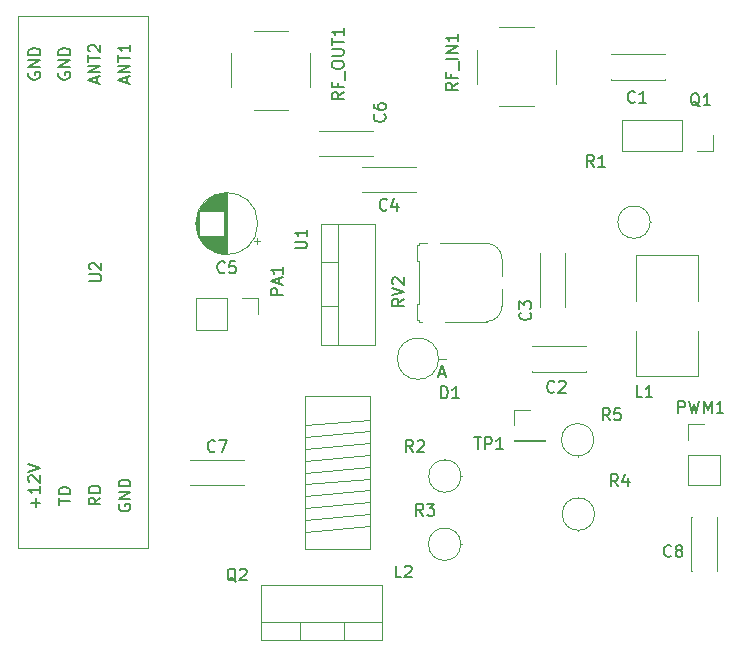
<source format=gbr>
%TF.GenerationSoftware,KiCad,Pcbnew,5.99.0+really5.1.10+dfsg1-1*%
%TF.CreationDate,2021-10-04T18:21:49+05:30*%
%TF.ProjectId,HF-PA-v3,48462d50-412d-4763-932e-6b696361645f,rev?*%
%TF.SameCoordinates,Original*%
%TF.FileFunction,Legend,Top*%
%TF.FilePolarity,Positive*%
%FSLAX46Y46*%
G04 Gerber Fmt 4.6, Leading zero omitted, Abs format (unit mm)*
G04 Created by KiCad (PCBNEW 5.99.0+really5.1.10+dfsg1-1) date 2021-10-04 18:21:49*
%MOMM*%
%LPD*%
G01*
G04 APERTURE LIST*
%ADD10C,0.120000*%
%ADD11C,0.150000*%
G04 APERTURE END LIST*
D10*
%TO.C,C6*%
X98528000Y-73352000D02*
X103068000Y-73352000D01*
X98528000Y-75492000D02*
X103068000Y-75492000D01*
X98528000Y-73352000D02*
X98528000Y-73367000D01*
X98528000Y-75477000D02*
X98528000Y-75492000D01*
X103068000Y-73352000D02*
X103068000Y-73367000D01*
X103068000Y-75477000D02*
X103068000Y-75492000D01*
%TO.C,C5*%
X93264775Y-82945000D02*
X93264775Y-82445000D01*
X93514775Y-82695000D02*
X93014775Y-82695000D01*
X88109000Y-81504000D02*
X88109000Y-80936000D01*
X88149000Y-81738000D02*
X88149000Y-80702000D01*
X88189000Y-81897000D02*
X88189000Y-80543000D01*
X88229000Y-82025000D02*
X88229000Y-80415000D01*
X88269000Y-82135000D02*
X88269000Y-80305000D01*
X88309000Y-82231000D02*
X88309000Y-80209000D01*
X88349000Y-82318000D02*
X88349000Y-80122000D01*
X88389000Y-82398000D02*
X88389000Y-80042000D01*
X88429000Y-80180000D02*
X88429000Y-79969000D01*
X88429000Y-82471000D02*
X88429000Y-82260000D01*
X88469000Y-80180000D02*
X88469000Y-79901000D01*
X88469000Y-82539000D02*
X88469000Y-82260000D01*
X88509000Y-80180000D02*
X88509000Y-79837000D01*
X88509000Y-82603000D02*
X88509000Y-82260000D01*
X88549000Y-80180000D02*
X88549000Y-79777000D01*
X88549000Y-82663000D02*
X88549000Y-82260000D01*
X88589000Y-80180000D02*
X88589000Y-79720000D01*
X88589000Y-82720000D02*
X88589000Y-82260000D01*
X88629000Y-80180000D02*
X88629000Y-79666000D01*
X88629000Y-82774000D02*
X88629000Y-82260000D01*
X88669000Y-80180000D02*
X88669000Y-79615000D01*
X88669000Y-82825000D02*
X88669000Y-82260000D01*
X88709000Y-80180000D02*
X88709000Y-79567000D01*
X88709000Y-82873000D02*
X88709000Y-82260000D01*
X88749000Y-80180000D02*
X88749000Y-79521000D01*
X88749000Y-82919000D02*
X88749000Y-82260000D01*
X88789000Y-80180000D02*
X88789000Y-79477000D01*
X88789000Y-82963000D02*
X88789000Y-82260000D01*
X88829000Y-80180000D02*
X88829000Y-79435000D01*
X88829000Y-83005000D02*
X88829000Y-82260000D01*
X88869000Y-80180000D02*
X88869000Y-79394000D01*
X88869000Y-83046000D02*
X88869000Y-82260000D01*
X88909000Y-80180000D02*
X88909000Y-79356000D01*
X88909000Y-83084000D02*
X88909000Y-82260000D01*
X88949000Y-80180000D02*
X88949000Y-79319000D01*
X88949000Y-83121000D02*
X88949000Y-82260000D01*
X88989000Y-80180000D02*
X88989000Y-79283000D01*
X88989000Y-83157000D02*
X88989000Y-82260000D01*
X89029000Y-80180000D02*
X89029000Y-79249000D01*
X89029000Y-83191000D02*
X89029000Y-82260000D01*
X89069000Y-80180000D02*
X89069000Y-79216000D01*
X89069000Y-83224000D02*
X89069000Y-82260000D01*
X89109000Y-80180000D02*
X89109000Y-79185000D01*
X89109000Y-83255000D02*
X89109000Y-82260000D01*
X89149000Y-80180000D02*
X89149000Y-79155000D01*
X89149000Y-83285000D02*
X89149000Y-82260000D01*
X89189000Y-80180000D02*
X89189000Y-79125000D01*
X89189000Y-83315000D02*
X89189000Y-82260000D01*
X89229000Y-80180000D02*
X89229000Y-79098000D01*
X89229000Y-83342000D02*
X89229000Y-82260000D01*
X89269000Y-80180000D02*
X89269000Y-79071000D01*
X89269000Y-83369000D02*
X89269000Y-82260000D01*
X89309000Y-80180000D02*
X89309000Y-79045000D01*
X89309000Y-83395000D02*
X89309000Y-82260000D01*
X89349000Y-80180000D02*
X89349000Y-79020000D01*
X89349000Y-83420000D02*
X89349000Y-82260000D01*
X89389000Y-80180000D02*
X89389000Y-78996000D01*
X89389000Y-83444000D02*
X89389000Y-82260000D01*
X89429000Y-80180000D02*
X89429000Y-78973000D01*
X89429000Y-83467000D02*
X89429000Y-82260000D01*
X89469000Y-80180000D02*
X89469000Y-78952000D01*
X89469000Y-83488000D02*
X89469000Y-82260000D01*
X89509000Y-80180000D02*
X89509000Y-78930000D01*
X89509000Y-83510000D02*
X89509000Y-82260000D01*
X89549000Y-80180000D02*
X89549000Y-78910000D01*
X89549000Y-83530000D02*
X89549000Y-82260000D01*
X89589000Y-80180000D02*
X89589000Y-78891000D01*
X89589000Y-83549000D02*
X89589000Y-82260000D01*
X89629000Y-80180000D02*
X89629000Y-78872000D01*
X89629000Y-83568000D02*
X89629000Y-82260000D01*
X89669000Y-80180000D02*
X89669000Y-78855000D01*
X89669000Y-83585000D02*
X89669000Y-82260000D01*
X89709000Y-80180000D02*
X89709000Y-78838000D01*
X89709000Y-83602000D02*
X89709000Y-82260000D01*
X89749000Y-80180000D02*
X89749000Y-78822000D01*
X89749000Y-83618000D02*
X89749000Y-82260000D01*
X89789000Y-80180000D02*
X89789000Y-78806000D01*
X89789000Y-83634000D02*
X89789000Y-82260000D01*
X89829000Y-80180000D02*
X89829000Y-78792000D01*
X89829000Y-83648000D02*
X89829000Y-82260000D01*
X89869000Y-80180000D02*
X89869000Y-78778000D01*
X89869000Y-83662000D02*
X89869000Y-82260000D01*
X89909000Y-80180000D02*
X89909000Y-78765000D01*
X89909000Y-83675000D02*
X89909000Y-82260000D01*
X89949000Y-80180000D02*
X89949000Y-78752000D01*
X89949000Y-83688000D02*
X89949000Y-82260000D01*
X89989000Y-80180000D02*
X89989000Y-78740000D01*
X89989000Y-83700000D02*
X89989000Y-82260000D01*
X90030000Y-80180000D02*
X90030000Y-78729000D01*
X90030000Y-83711000D02*
X90030000Y-82260000D01*
X90070000Y-80180000D02*
X90070000Y-78719000D01*
X90070000Y-83721000D02*
X90070000Y-82260000D01*
X90110000Y-80180000D02*
X90110000Y-78709000D01*
X90110000Y-83731000D02*
X90110000Y-82260000D01*
X90150000Y-80180000D02*
X90150000Y-78700000D01*
X90150000Y-83740000D02*
X90150000Y-82260000D01*
X90190000Y-80180000D02*
X90190000Y-78692000D01*
X90190000Y-83748000D02*
X90190000Y-82260000D01*
X90230000Y-80180000D02*
X90230000Y-78684000D01*
X90230000Y-83756000D02*
X90230000Y-82260000D01*
X90270000Y-80180000D02*
X90270000Y-78677000D01*
X90270000Y-83763000D02*
X90270000Y-82260000D01*
X90310000Y-80180000D02*
X90310000Y-78670000D01*
X90310000Y-83770000D02*
X90310000Y-82260000D01*
X90350000Y-80180000D02*
X90350000Y-78664000D01*
X90350000Y-83776000D02*
X90350000Y-82260000D01*
X90390000Y-80180000D02*
X90390000Y-78659000D01*
X90390000Y-83781000D02*
X90390000Y-82260000D01*
X90430000Y-80180000D02*
X90430000Y-78655000D01*
X90430000Y-83785000D02*
X90430000Y-82260000D01*
X90470000Y-80180000D02*
X90470000Y-78651000D01*
X90470000Y-83789000D02*
X90470000Y-82260000D01*
X90510000Y-83793000D02*
X90510000Y-78647000D01*
X90550000Y-83796000D02*
X90550000Y-78644000D01*
X90590000Y-83798000D02*
X90590000Y-78642000D01*
X90630000Y-83799000D02*
X90630000Y-78641000D01*
X90670000Y-83800000D02*
X90670000Y-78640000D01*
X90710000Y-83800000D02*
X90710000Y-78640000D01*
X93330000Y-81220000D02*
G75*
G03*
X93330000Y-81220000I-2620000J0D01*
G01*
%TO.C,TP1*%
X115030000Y-99640000D02*
X117690000Y-99640000D01*
X115030000Y-99580000D02*
X115030000Y-99640000D01*
X117690000Y-99580000D02*
X117690000Y-99640000D01*
X115030000Y-99580000D02*
X117690000Y-99580000D01*
X115030000Y-98310000D02*
X115030000Y-96980000D01*
X115030000Y-96980000D02*
X116360000Y-96980000D01*
%TO.C,D1*%
X108650635Y-92660000D02*
G75*
G03*
X108650635Y-92660000I-1750635J0D01*
G01*
X108650635Y-92660000D02*
X109310000Y-92660000D01*
%TO.C,RV2*%
X107000000Y-82900000D02*
X107690000Y-82900000D01*
X107000000Y-83000000D02*
X107000000Y-82900000D01*
X107000000Y-89520000D02*
X107250000Y-89520000D01*
X107000000Y-89420000D02*
X107000000Y-89520000D01*
X106800000Y-89420000D02*
X107000000Y-89420000D01*
X107000000Y-88000000D02*
X106800000Y-88000000D01*
X114020000Y-84210000D02*
X114020000Y-85700000D01*
X108730000Y-82900000D02*
X112710000Y-82900000D01*
X112710000Y-89520000D02*
X109170000Y-89520000D01*
X114020000Y-86720000D02*
X114020000Y-88210000D01*
X106800000Y-83000000D02*
X107000000Y-83000000D01*
X106800000Y-84420000D02*
X106800000Y-83000000D01*
X107000000Y-84420000D02*
X106800000Y-84420000D01*
X107000000Y-88000000D02*
X107000000Y-84420000D01*
X106800000Y-89420000D02*
X106800000Y-88000000D01*
X114020000Y-88210000D02*
G75*
G02*
X112710000Y-89520000I-1310000J0D01*
G01*
X112710000Y-82900000D02*
G75*
G02*
X114020000Y-84210000I0J-1310000D01*
G01*
%TO.C,L1*%
X130620000Y-83900000D02*
X130620000Y-87765000D01*
X130620000Y-90275000D02*
X130620000Y-94140000D01*
X125380000Y-83900000D02*
X125380000Y-87765000D01*
X125380000Y-90275000D02*
X125380000Y-94140000D01*
X130620000Y-83900000D02*
X125380000Y-83900000D01*
X130620000Y-94140000D02*
X125380000Y-94140000D01*
%TO.C,L2*%
X102850000Y-97810000D02*
X97350000Y-98310000D01*
X102850000Y-98810000D02*
X97350000Y-99310000D01*
X102850000Y-99810000D02*
X97350000Y-100310000D01*
X102850000Y-100810000D02*
X97350000Y-101310000D01*
X102850000Y-101810000D02*
X97350000Y-102310000D01*
X102850000Y-102810000D02*
X97350000Y-103310000D01*
X102850000Y-103810000D02*
X97350000Y-104310000D01*
X102850000Y-104810000D02*
X97350000Y-105310000D01*
X102850000Y-105810000D02*
X97350000Y-106310000D01*
X102850000Y-106810000D02*
X97350000Y-107310000D01*
X97350000Y-95810000D02*
X102850000Y-95810000D01*
X97350000Y-108810000D02*
X97350000Y-95810000D01*
X102850000Y-108810000D02*
X97350000Y-108810000D01*
X102850000Y-95810000D02*
X102850000Y-108810000D01*
%TO.C,Q1*%
X129280000Y-72410000D02*
X129280000Y-75070000D01*
X129280000Y-72410000D02*
X124140000Y-72410000D01*
X124140000Y-72410000D02*
X124140000Y-75070000D01*
X129280000Y-75070000D02*
X124140000Y-75070000D01*
X131880000Y-75070000D02*
X130550000Y-75070000D01*
X131880000Y-73740000D02*
X131880000Y-75070000D01*
%TO.C,C4*%
X106704000Y-78540000D02*
X102164000Y-78540000D01*
X106704000Y-76400000D02*
X102164000Y-76400000D01*
X106704000Y-78540000D02*
X106704000Y-78525000D01*
X106704000Y-76415000D02*
X106704000Y-76400000D01*
X102164000Y-78540000D02*
X102164000Y-78525000D01*
X102164000Y-76415000D02*
X102164000Y-76400000D01*
%TO.C,U1*%
X98660000Y-84489000D02*
X100170000Y-84489000D01*
X98660000Y-88190000D02*
X100170000Y-88190000D01*
X100170000Y-91460000D02*
X100170000Y-81220000D01*
X98660000Y-81220000D02*
X103301000Y-81220000D01*
X98660000Y-91460000D02*
X103301000Y-91460000D01*
X103301000Y-91460000D02*
X103301000Y-81220000D01*
X98660000Y-91460000D02*
X98660000Y-81220000D01*
%TO.C,R1*%
X126560000Y-81100000D02*
X126630000Y-81100000D01*
X126560000Y-81100000D02*
G75*
G03*
X126560000Y-81100000I-1370000J0D01*
G01*
%TO.C,C1*%
X123250000Y-66905000D02*
X123250000Y-66890000D01*
X123250000Y-69030000D02*
X123250000Y-69015000D01*
X127790000Y-66905000D02*
X127790000Y-66890000D01*
X127790000Y-69030000D02*
X127790000Y-69015000D01*
X127790000Y-66890000D02*
X123250000Y-66890000D01*
X127790000Y-69030000D02*
X123250000Y-69030000D01*
%TO.C,U2*%
X73070000Y-108650000D02*
X73070000Y-63650000D01*
X73070000Y-63650000D02*
X84070000Y-63650000D01*
X84070000Y-63650000D02*
X84070000Y-108650000D01*
X84070000Y-108650000D02*
X73070000Y-108650000D01*
%TO.C,C3*%
X117255000Y-88280000D02*
X117240000Y-88280000D01*
X119380000Y-88280000D02*
X119365000Y-88280000D01*
X117255000Y-83740000D02*
X117240000Y-83740000D01*
X119380000Y-83740000D02*
X119365000Y-83740000D01*
X117240000Y-83740000D02*
X117240000Y-88280000D01*
X119380000Y-83740000D02*
X119380000Y-88280000D01*
%TO.C,C7*%
X92150000Y-103375000D02*
X92150000Y-103390000D01*
X92150000Y-101250000D02*
X92150000Y-101265000D01*
X87610000Y-103375000D02*
X87610000Y-103390000D01*
X87610000Y-101250000D02*
X87610000Y-101265000D01*
X87610000Y-103390000D02*
X92150000Y-103390000D01*
X87610000Y-101250000D02*
X92150000Y-101250000D01*
%TO.C,R5*%
X120420000Y-100890000D02*
X120420000Y-100960000D01*
X121790000Y-99520000D02*
G75*
G03*
X121790000Y-99520000I-1370000J0D01*
G01*
%TO.C,R4*%
X120480000Y-107190000D02*
X120480000Y-107260000D01*
X121850000Y-105820000D02*
G75*
G03*
X121850000Y-105820000I-1370000J0D01*
G01*
%TO.C,PWM1*%
X129780000Y-98190000D02*
X131110000Y-98190000D01*
X129780000Y-99520000D02*
X129780000Y-98190000D01*
X129780000Y-100790000D02*
X132440000Y-100790000D01*
X132440000Y-100790000D02*
X132440000Y-103390000D01*
X129780000Y-100790000D02*
X129780000Y-103390000D01*
X129780000Y-103390000D02*
X132440000Y-103390000D01*
%TO.C,C8*%
X130075000Y-110600000D02*
X130060000Y-110600000D01*
X132200000Y-110600000D02*
X132185000Y-110600000D01*
X130075000Y-106060000D02*
X130060000Y-106060000D01*
X132200000Y-106060000D02*
X132185000Y-106060000D01*
X130060000Y-106060000D02*
X130060000Y-110600000D01*
X132200000Y-106060000D02*
X132200000Y-110600000D01*
%TO.C,RF_OUT1*%
X92980000Y-64875000D02*
X95880000Y-64875000D01*
X92980000Y-71585000D02*
X95880000Y-71585000D01*
X97785000Y-66780000D02*
X97785000Y-69680000D01*
X91075000Y-66780000D02*
X91075000Y-69680000D01*
%TO.C,R3*%
X110530000Y-108370000D02*
G75*
G03*
X110530000Y-108370000I-1370000J0D01*
G01*
X110530000Y-108370000D02*
X110600000Y-108370000D01*
%TO.C,C2*%
X116590000Y-91610000D02*
X121130000Y-91610000D01*
X116590000Y-93750000D02*
X121130000Y-93750000D01*
X116590000Y-91610000D02*
X116590000Y-91625000D01*
X116590000Y-93735000D02*
X116590000Y-93750000D01*
X121130000Y-91610000D02*
X121130000Y-91625000D01*
X121130000Y-93735000D02*
X121130000Y-93750000D01*
%TO.C,PA1*%
X88140000Y-87560000D02*
X88140000Y-90220000D01*
X90740000Y-87560000D02*
X88140000Y-87560000D01*
X90740000Y-90220000D02*
X88140000Y-90220000D01*
X90740000Y-87560000D02*
X90740000Y-90220000D01*
X92010000Y-87560000D02*
X93340000Y-87560000D01*
X93340000Y-87560000D02*
X93340000Y-88890000D01*
%TO.C,RF_IN1*%
X111885000Y-66490000D02*
X111885000Y-69390000D01*
X118595000Y-66490000D02*
X118595000Y-69390000D01*
X113790000Y-71295000D02*
X116690000Y-71295000D01*
X113790000Y-64585000D02*
X116690000Y-64585000D01*
%TO.C,R2*%
X110550000Y-102600000D02*
X110620000Y-102600000D01*
X110550000Y-102600000D02*
G75*
G03*
X110550000Y-102600000I-1370000J0D01*
G01*
%TO.C,Q2*%
X103870000Y-116450000D02*
X93630000Y-116450000D01*
X103870000Y-111809000D02*
X93630000Y-111809000D01*
X103870000Y-116450000D02*
X103870000Y-111809000D01*
X93630000Y-116450000D02*
X93630000Y-111809000D01*
X103870000Y-114940000D02*
X93630000Y-114940000D01*
X100600000Y-116450000D02*
X100600000Y-114940000D01*
X96899000Y-116450000D02*
X96899000Y-114940000D01*
%TO.C,C6*%
D11*
X104065142Y-71978666D02*
X104112761Y-72026285D01*
X104160380Y-72169142D01*
X104160380Y-72264380D01*
X104112761Y-72407238D01*
X104017523Y-72502476D01*
X103922285Y-72550095D01*
X103731809Y-72597714D01*
X103588952Y-72597714D01*
X103398476Y-72550095D01*
X103303238Y-72502476D01*
X103208000Y-72407238D01*
X103160380Y-72264380D01*
X103160380Y-72169142D01*
X103208000Y-72026285D01*
X103255619Y-71978666D01*
X103160380Y-71121523D02*
X103160380Y-71312000D01*
X103208000Y-71407238D01*
X103255619Y-71454857D01*
X103398476Y-71550095D01*
X103588952Y-71597714D01*
X103969904Y-71597714D01*
X104065142Y-71550095D01*
X104112761Y-71502476D01*
X104160380Y-71407238D01*
X104160380Y-71216761D01*
X104112761Y-71121523D01*
X104065142Y-71073904D01*
X103969904Y-71026285D01*
X103731809Y-71026285D01*
X103636571Y-71073904D01*
X103588952Y-71121523D01*
X103541333Y-71216761D01*
X103541333Y-71407238D01*
X103588952Y-71502476D01*
X103636571Y-71550095D01*
X103731809Y-71597714D01*
%TO.C,C5*%
X90543333Y-85327142D02*
X90495714Y-85374761D01*
X90352857Y-85422380D01*
X90257619Y-85422380D01*
X90114761Y-85374761D01*
X90019523Y-85279523D01*
X89971904Y-85184285D01*
X89924285Y-84993809D01*
X89924285Y-84850952D01*
X89971904Y-84660476D01*
X90019523Y-84565238D01*
X90114761Y-84470000D01*
X90257619Y-84422380D01*
X90352857Y-84422380D01*
X90495714Y-84470000D01*
X90543333Y-84517619D01*
X91448095Y-84422380D02*
X90971904Y-84422380D01*
X90924285Y-84898571D01*
X90971904Y-84850952D01*
X91067142Y-84803333D01*
X91305238Y-84803333D01*
X91400476Y-84850952D01*
X91448095Y-84898571D01*
X91495714Y-84993809D01*
X91495714Y-85231904D01*
X91448095Y-85327142D01*
X91400476Y-85374761D01*
X91305238Y-85422380D01*
X91067142Y-85422380D01*
X90971904Y-85374761D01*
X90924285Y-85327142D01*
%TO.C,TP1*%
X111678095Y-99332380D02*
X112249523Y-99332380D01*
X111963809Y-100332380D02*
X111963809Y-99332380D01*
X112582857Y-100332380D02*
X112582857Y-99332380D01*
X112963809Y-99332380D01*
X113059047Y-99380000D01*
X113106666Y-99427619D01*
X113154285Y-99522857D01*
X113154285Y-99665714D01*
X113106666Y-99760952D01*
X113059047Y-99808571D01*
X112963809Y-99856190D01*
X112582857Y-99856190D01*
X114106666Y-100332380D02*
X113535238Y-100332380D01*
X113820952Y-100332380D02*
X113820952Y-99332380D01*
X113725714Y-99475238D01*
X113630476Y-99570476D01*
X113535238Y-99618095D01*
%TO.C,D1*%
X108851904Y-96012380D02*
X108851904Y-95012380D01*
X109090000Y-95012380D01*
X109232857Y-95060000D01*
X109328095Y-95155238D01*
X109375714Y-95250476D01*
X109423333Y-95440952D01*
X109423333Y-95583809D01*
X109375714Y-95774285D01*
X109328095Y-95869523D01*
X109232857Y-95964761D01*
X109090000Y-96012380D01*
X108851904Y-96012380D01*
X110375714Y-96012380D02*
X109804285Y-96012380D01*
X110090000Y-96012380D02*
X110090000Y-95012380D01*
X109994761Y-95155238D01*
X109899523Y-95250476D01*
X109804285Y-95298095D01*
X108671904Y-93926666D02*
X109148095Y-93926666D01*
X108576666Y-94212380D02*
X108910000Y-93212380D01*
X109243333Y-94212380D01*
%TO.C,RV2*%
X105712380Y-87595238D02*
X105236190Y-87928571D01*
X105712380Y-88166666D02*
X104712380Y-88166666D01*
X104712380Y-87785714D01*
X104760000Y-87690476D01*
X104807619Y-87642857D01*
X104902857Y-87595238D01*
X105045714Y-87595238D01*
X105140952Y-87642857D01*
X105188571Y-87690476D01*
X105236190Y-87785714D01*
X105236190Y-88166666D01*
X104712380Y-87309523D02*
X105712380Y-86976190D01*
X104712380Y-86642857D01*
X104807619Y-86357142D02*
X104760000Y-86309523D01*
X104712380Y-86214285D01*
X104712380Y-85976190D01*
X104760000Y-85880952D01*
X104807619Y-85833333D01*
X104902857Y-85785714D01*
X104998095Y-85785714D01*
X105140952Y-85833333D01*
X105712380Y-86404761D01*
X105712380Y-85785714D01*
%TO.C,L1*%
X125883333Y-95912380D02*
X125407142Y-95912380D01*
X125407142Y-94912380D01*
X126740476Y-95912380D02*
X126169047Y-95912380D01*
X126454761Y-95912380D02*
X126454761Y-94912380D01*
X126359523Y-95055238D01*
X126264285Y-95150476D01*
X126169047Y-95198095D01*
%TO.C,L2*%
X105503333Y-111172380D02*
X105027142Y-111172380D01*
X105027142Y-110172380D01*
X105789047Y-110267619D02*
X105836666Y-110220000D01*
X105931904Y-110172380D01*
X106170000Y-110172380D01*
X106265238Y-110220000D01*
X106312857Y-110267619D01*
X106360476Y-110362857D01*
X106360476Y-110458095D01*
X106312857Y-110600952D01*
X105741428Y-111172380D01*
X106360476Y-111172380D01*
%TO.C,Q1*%
X130744761Y-71297619D02*
X130649523Y-71250000D01*
X130554285Y-71154761D01*
X130411428Y-71011904D01*
X130316190Y-70964285D01*
X130220952Y-70964285D01*
X130268571Y-71202380D02*
X130173333Y-71154761D01*
X130078095Y-71059523D01*
X130030476Y-70869047D01*
X130030476Y-70535714D01*
X130078095Y-70345238D01*
X130173333Y-70250000D01*
X130268571Y-70202380D01*
X130459047Y-70202380D01*
X130554285Y-70250000D01*
X130649523Y-70345238D01*
X130697142Y-70535714D01*
X130697142Y-70869047D01*
X130649523Y-71059523D01*
X130554285Y-71154761D01*
X130459047Y-71202380D01*
X130268571Y-71202380D01*
X131649523Y-71202380D02*
X131078095Y-71202380D01*
X131363809Y-71202380D02*
X131363809Y-70202380D01*
X131268571Y-70345238D01*
X131173333Y-70440476D01*
X131078095Y-70488095D01*
%TO.C,C4*%
X104267333Y-80027142D02*
X104219714Y-80074761D01*
X104076857Y-80122380D01*
X103981619Y-80122380D01*
X103838761Y-80074761D01*
X103743523Y-79979523D01*
X103695904Y-79884285D01*
X103648285Y-79693809D01*
X103648285Y-79550952D01*
X103695904Y-79360476D01*
X103743523Y-79265238D01*
X103838761Y-79170000D01*
X103981619Y-79122380D01*
X104076857Y-79122380D01*
X104219714Y-79170000D01*
X104267333Y-79217619D01*
X105124476Y-79455714D02*
X105124476Y-80122380D01*
X104886380Y-79074761D02*
X104648285Y-79789047D01*
X105267333Y-79789047D01*
%TO.C,U1*%
X96480380Y-83311904D02*
X97289904Y-83311904D01*
X97385142Y-83264285D01*
X97432761Y-83216666D01*
X97480380Y-83121428D01*
X97480380Y-82930952D01*
X97432761Y-82835714D01*
X97385142Y-82788095D01*
X97289904Y-82740476D01*
X96480380Y-82740476D01*
X97480380Y-81740476D02*
X97480380Y-82311904D01*
X97480380Y-82026190D02*
X96480380Y-82026190D01*
X96623238Y-82121428D01*
X96718476Y-82216666D01*
X96766095Y-82311904D01*
%TO.C,R1*%
X121803333Y-76412380D02*
X121470000Y-75936190D01*
X121231904Y-76412380D02*
X121231904Y-75412380D01*
X121612857Y-75412380D01*
X121708095Y-75460000D01*
X121755714Y-75507619D01*
X121803333Y-75602857D01*
X121803333Y-75745714D01*
X121755714Y-75840952D01*
X121708095Y-75888571D01*
X121612857Y-75936190D01*
X121231904Y-75936190D01*
X122755714Y-76412380D02*
X122184285Y-76412380D01*
X122470000Y-76412380D02*
X122470000Y-75412380D01*
X122374761Y-75555238D01*
X122279523Y-75650476D01*
X122184285Y-75698095D01*
%TO.C,C1*%
X125263333Y-70897142D02*
X125215714Y-70944761D01*
X125072857Y-70992380D01*
X124977619Y-70992380D01*
X124834761Y-70944761D01*
X124739523Y-70849523D01*
X124691904Y-70754285D01*
X124644285Y-70563809D01*
X124644285Y-70420952D01*
X124691904Y-70230476D01*
X124739523Y-70135238D01*
X124834761Y-70040000D01*
X124977619Y-69992380D01*
X125072857Y-69992380D01*
X125215714Y-70040000D01*
X125263333Y-70087619D01*
X126215714Y-70992380D02*
X125644285Y-70992380D01*
X125930000Y-70992380D02*
X125930000Y-69992380D01*
X125834761Y-70135238D01*
X125739523Y-70230476D01*
X125644285Y-70278095D01*
%TO.C,U2*%
X79082380Y-86103904D02*
X79891904Y-86103904D01*
X79987142Y-86056285D01*
X80034761Y-86008666D01*
X80082380Y-85913428D01*
X80082380Y-85722952D01*
X80034761Y-85627714D01*
X79987142Y-85580095D01*
X79891904Y-85532476D01*
X79082380Y-85532476D01*
X79177619Y-85103904D02*
X79130000Y-85056285D01*
X79082380Y-84961047D01*
X79082380Y-84722952D01*
X79130000Y-84627714D01*
X79177619Y-84580095D01*
X79272857Y-84532476D01*
X79368095Y-84532476D01*
X79510952Y-84580095D01*
X80082380Y-85151523D01*
X80082380Y-84532476D01*
X82256666Y-69319047D02*
X82256666Y-68842857D01*
X82542380Y-69414285D02*
X81542380Y-69080952D01*
X82542380Y-68747619D01*
X82542380Y-68414285D02*
X81542380Y-68414285D01*
X82542380Y-67842857D01*
X81542380Y-67842857D01*
X81542380Y-67509523D02*
X81542380Y-66938095D01*
X82542380Y-67223809D02*
X81542380Y-67223809D01*
X82542380Y-66080952D02*
X82542380Y-66652380D01*
X82542380Y-66366666D02*
X81542380Y-66366666D01*
X81685238Y-66461904D01*
X81780476Y-66557142D01*
X81828095Y-66652380D01*
X79716666Y-69319047D02*
X79716666Y-68842857D01*
X80002380Y-69414285D02*
X79002380Y-69080952D01*
X80002380Y-68747619D01*
X80002380Y-68414285D02*
X79002380Y-68414285D01*
X80002380Y-67842857D01*
X79002380Y-67842857D01*
X79002380Y-67509523D02*
X79002380Y-66938095D01*
X80002380Y-67223809D02*
X79002380Y-67223809D01*
X79097619Y-66652380D02*
X79050000Y-66604761D01*
X79002380Y-66509523D01*
X79002380Y-66271428D01*
X79050000Y-66176190D01*
X79097619Y-66128571D01*
X79192857Y-66080952D01*
X79288095Y-66080952D01*
X79430952Y-66128571D01*
X80002380Y-66700000D01*
X80002380Y-66080952D01*
X76510000Y-68461904D02*
X76462380Y-68557142D01*
X76462380Y-68700000D01*
X76510000Y-68842857D01*
X76605238Y-68938095D01*
X76700476Y-68985714D01*
X76890952Y-69033333D01*
X77033809Y-69033333D01*
X77224285Y-68985714D01*
X77319523Y-68938095D01*
X77414761Y-68842857D01*
X77462380Y-68700000D01*
X77462380Y-68604761D01*
X77414761Y-68461904D01*
X77367142Y-68414285D01*
X77033809Y-68414285D01*
X77033809Y-68604761D01*
X77462380Y-67985714D02*
X76462380Y-67985714D01*
X77462380Y-67414285D01*
X76462380Y-67414285D01*
X77462380Y-66938095D02*
X76462380Y-66938095D01*
X76462380Y-66700000D01*
X76510000Y-66557142D01*
X76605238Y-66461904D01*
X76700476Y-66414285D01*
X76890952Y-66366666D01*
X77033809Y-66366666D01*
X77224285Y-66414285D01*
X77319523Y-66461904D01*
X77414761Y-66557142D01*
X77462380Y-66700000D01*
X77462380Y-66938095D01*
X73970000Y-68461904D02*
X73922380Y-68557142D01*
X73922380Y-68700000D01*
X73970000Y-68842857D01*
X74065238Y-68938095D01*
X74160476Y-68985714D01*
X74350952Y-69033333D01*
X74493809Y-69033333D01*
X74684285Y-68985714D01*
X74779523Y-68938095D01*
X74874761Y-68842857D01*
X74922380Y-68700000D01*
X74922380Y-68604761D01*
X74874761Y-68461904D01*
X74827142Y-68414285D01*
X74493809Y-68414285D01*
X74493809Y-68604761D01*
X74922380Y-67985714D02*
X73922380Y-67985714D01*
X74922380Y-67414285D01*
X73922380Y-67414285D01*
X74922380Y-66938095D02*
X73922380Y-66938095D01*
X73922380Y-66700000D01*
X73970000Y-66557142D01*
X74065238Y-66461904D01*
X74160476Y-66414285D01*
X74350952Y-66366666D01*
X74493809Y-66366666D01*
X74684285Y-66414285D01*
X74779523Y-66461904D01*
X74874761Y-66557142D01*
X74922380Y-66700000D01*
X74922380Y-66938095D01*
X74531428Y-105241904D02*
X74531428Y-104480000D01*
X74912380Y-104860952D02*
X74150476Y-104860952D01*
X74912380Y-103480000D02*
X74912380Y-104051428D01*
X74912380Y-103765714D02*
X73912380Y-103765714D01*
X74055238Y-103860952D01*
X74150476Y-103956190D01*
X74198095Y-104051428D01*
X74007619Y-103099047D02*
X73960000Y-103051428D01*
X73912380Y-102956190D01*
X73912380Y-102718095D01*
X73960000Y-102622857D01*
X74007619Y-102575238D01*
X74102857Y-102527619D01*
X74198095Y-102527619D01*
X74340952Y-102575238D01*
X74912380Y-103146666D01*
X74912380Y-102527619D01*
X73912380Y-102241904D02*
X74912380Y-101908571D01*
X73912380Y-101575238D01*
X76472380Y-105025714D02*
X76472380Y-104454285D01*
X77472380Y-104740000D02*
X76472380Y-104740000D01*
X77472380Y-104120952D02*
X76472380Y-104120952D01*
X76472380Y-103882857D01*
X76520000Y-103740000D01*
X76615238Y-103644761D01*
X76710476Y-103597142D01*
X76900952Y-103549523D01*
X77043809Y-103549523D01*
X77234285Y-103597142D01*
X77329523Y-103644761D01*
X77424761Y-103740000D01*
X77472380Y-103882857D01*
X77472380Y-104120952D01*
X80012380Y-104430476D02*
X79536190Y-104763809D01*
X80012380Y-105001904D02*
X79012380Y-105001904D01*
X79012380Y-104620952D01*
X79060000Y-104525714D01*
X79107619Y-104478095D01*
X79202857Y-104430476D01*
X79345714Y-104430476D01*
X79440952Y-104478095D01*
X79488571Y-104525714D01*
X79536190Y-104620952D01*
X79536190Y-105001904D01*
X80012380Y-104001904D02*
X79012380Y-104001904D01*
X79012380Y-103763809D01*
X79060000Y-103620952D01*
X79155238Y-103525714D01*
X79250476Y-103478095D01*
X79440952Y-103430476D01*
X79583809Y-103430476D01*
X79774285Y-103478095D01*
X79869523Y-103525714D01*
X79964761Y-103620952D01*
X80012380Y-103763809D01*
X80012380Y-104001904D01*
X81600000Y-105001904D02*
X81552380Y-105097142D01*
X81552380Y-105240000D01*
X81600000Y-105382857D01*
X81695238Y-105478095D01*
X81790476Y-105525714D01*
X81980952Y-105573333D01*
X82123809Y-105573333D01*
X82314285Y-105525714D01*
X82409523Y-105478095D01*
X82504761Y-105382857D01*
X82552380Y-105240000D01*
X82552380Y-105144761D01*
X82504761Y-105001904D01*
X82457142Y-104954285D01*
X82123809Y-104954285D01*
X82123809Y-105144761D01*
X82552380Y-104525714D02*
X81552380Y-104525714D01*
X82552380Y-103954285D01*
X81552380Y-103954285D01*
X82552380Y-103478095D02*
X81552380Y-103478095D01*
X81552380Y-103240000D01*
X81600000Y-103097142D01*
X81695238Y-103001904D01*
X81790476Y-102954285D01*
X81980952Y-102906666D01*
X82123809Y-102906666D01*
X82314285Y-102954285D01*
X82409523Y-103001904D01*
X82504761Y-103097142D01*
X82552380Y-103240000D01*
X82552380Y-103478095D01*
%TO.C,C3*%
X116397142Y-88766666D02*
X116444761Y-88814285D01*
X116492380Y-88957142D01*
X116492380Y-89052380D01*
X116444761Y-89195238D01*
X116349523Y-89290476D01*
X116254285Y-89338095D01*
X116063809Y-89385714D01*
X115920952Y-89385714D01*
X115730476Y-89338095D01*
X115635238Y-89290476D01*
X115540000Y-89195238D01*
X115492380Y-89052380D01*
X115492380Y-88957142D01*
X115540000Y-88814285D01*
X115587619Y-88766666D01*
X115492380Y-88433333D02*
X115492380Y-87814285D01*
X115873333Y-88147619D01*
X115873333Y-88004761D01*
X115920952Y-87909523D01*
X115968571Y-87861904D01*
X116063809Y-87814285D01*
X116301904Y-87814285D01*
X116397142Y-87861904D01*
X116444761Y-87909523D01*
X116492380Y-88004761D01*
X116492380Y-88290476D01*
X116444761Y-88385714D01*
X116397142Y-88433333D01*
%TO.C,C7*%
X89713333Y-100477142D02*
X89665714Y-100524761D01*
X89522857Y-100572380D01*
X89427619Y-100572380D01*
X89284761Y-100524761D01*
X89189523Y-100429523D01*
X89141904Y-100334285D01*
X89094285Y-100143809D01*
X89094285Y-100000952D01*
X89141904Y-99810476D01*
X89189523Y-99715238D01*
X89284761Y-99620000D01*
X89427619Y-99572380D01*
X89522857Y-99572380D01*
X89665714Y-99620000D01*
X89713333Y-99667619D01*
X90046666Y-99572380D02*
X90713333Y-99572380D01*
X90284761Y-100572380D01*
%TO.C,R5*%
X123143333Y-97872380D02*
X122810000Y-97396190D01*
X122571904Y-97872380D02*
X122571904Y-96872380D01*
X122952857Y-96872380D01*
X123048095Y-96920000D01*
X123095714Y-96967619D01*
X123143333Y-97062857D01*
X123143333Y-97205714D01*
X123095714Y-97300952D01*
X123048095Y-97348571D01*
X122952857Y-97396190D01*
X122571904Y-97396190D01*
X124048095Y-96872380D02*
X123571904Y-96872380D01*
X123524285Y-97348571D01*
X123571904Y-97300952D01*
X123667142Y-97253333D01*
X123905238Y-97253333D01*
X124000476Y-97300952D01*
X124048095Y-97348571D01*
X124095714Y-97443809D01*
X124095714Y-97681904D01*
X124048095Y-97777142D01*
X124000476Y-97824761D01*
X123905238Y-97872380D01*
X123667142Y-97872380D01*
X123571904Y-97824761D01*
X123524285Y-97777142D01*
%TO.C,R4*%
X123833333Y-103452380D02*
X123500000Y-102976190D01*
X123261904Y-103452380D02*
X123261904Y-102452380D01*
X123642857Y-102452380D01*
X123738095Y-102500000D01*
X123785714Y-102547619D01*
X123833333Y-102642857D01*
X123833333Y-102785714D01*
X123785714Y-102880952D01*
X123738095Y-102928571D01*
X123642857Y-102976190D01*
X123261904Y-102976190D01*
X124690476Y-102785714D02*
X124690476Y-103452380D01*
X124452380Y-102404761D02*
X124214285Y-103119047D01*
X124833333Y-103119047D01*
%TO.C,PWM1*%
X128959047Y-97252380D02*
X128959047Y-96252380D01*
X129340000Y-96252380D01*
X129435238Y-96300000D01*
X129482857Y-96347619D01*
X129530476Y-96442857D01*
X129530476Y-96585714D01*
X129482857Y-96680952D01*
X129435238Y-96728571D01*
X129340000Y-96776190D01*
X128959047Y-96776190D01*
X129863809Y-96252380D02*
X130101904Y-97252380D01*
X130292380Y-96538095D01*
X130482857Y-97252380D01*
X130720952Y-96252380D01*
X131101904Y-97252380D02*
X131101904Y-96252380D01*
X131435238Y-96966666D01*
X131768571Y-96252380D01*
X131768571Y-97252380D01*
X132768571Y-97252380D02*
X132197142Y-97252380D01*
X132482857Y-97252380D02*
X132482857Y-96252380D01*
X132387619Y-96395238D01*
X132292380Y-96490476D01*
X132197142Y-96538095D01*
%TO.C,C8*%
X128333333Y-109357142D02*
X128285714Y-109404761D01*
X128142857Y-109452380D01*
X128047619Y-109452380D01*
X127904761Y-109404761D01*
X127809523Y-109309523D01*
X127761904Y-109214285D01*
X127714285Y-109023809D01*
X127714285Y-108880952D01*
X127761904Y-108690476D01*
X127809523Y-108595238D01*
X127904761Y-108500000D01*
X128047619Y-108452380D01*
X128142857Y-108452380D01*
X128285714Y-108500000D01*
X128333333Y-108547619D01*
X128904761Y-108880952D02*
X128809523Y-108833333D01*
X128761904Y-108785714D01*
X128714285Y-108690476D01*
X128714285Y-108642857D01*
X128761904Y-108547619D01*
X128809523Y-108500000D01*
X128904761Y-108452380D01*
X129095238Y-108452380D01*
X129190476Y-108500000D01*
X129238095Y-108547619D01*
X129285714Y-108642857D01*
X129285714Y-108690476D01*
X129238095Y-108785714D01*
X129190476Y-108833333D01*
X129095238Y-108880952D01*
X128904761Y-108880952D01*
X128809523Y-108928571D01*
X128761904Y-108976190D01*
X128714285Y-109071428D01*
X128714285Y-109261904D01*
X128761904Y-109357142D01*
X128809523Y-109404761D01*
X128904761Y-109452380D01*
X129095238Y-109452380D01*
X129190476Y-109404761D01*
X129238095Y-109357142D01*
X129285714Y-109261904D01*
X129285714Y-109071428D01*
X129238095Y-108976190D01*
X129190476Y-108928571D01*
X129095238Y-108880952D01*
%TO.C,RF_OUT1*%
X100612380Y-70104761D02*
X100136190Y-70438095D01*
X100612380Y-70676190D02*
X99612380Y-70676190D01*
X99612380Y-70295238D01*
X99660000Y-70200000D01*
X99707619Y-70152380D01*
X99802857Y-70104761D01*
X99945714Y-70104761D01*
X100040952Y-70152380D01*
X100088571Y-70200000D01*
X100136190Y-70295238D01*
X100136190Y-70676190D01*
X100088571Y-69342857D02*
X100088571Y-69676190D01*
X100612380Y-69676190D02*
X99612380Y-69676190D01*
X99612380Y-69200000D01*
X100707619Y-69057142D02*
X100707619Y-68295238D01*
X99612380Y-67866666D02*
X99612380Y-67676190D01*
X99660000Y-67580952D01*
X99755238Y-67485714D01*
X99945714Y-67438095D01*
X100279047Y-67438095D01*
X100469523Y-67485714D01*
X100564761Y-67580952D01*
X100612380Y-67676190D01*
X100612380Y-67866666D01*
X100564761Y-67961904D01*
X100469523Y-68057142D01*
X100279047Y-68104761D01*
X99945714Y-68104761D01*
X99755238Y-68057142D01*
X99660000Y-67961904D01*
X99612380Y-67866666D01*
X99612380Y-67009523D02*
X100421904Y-67009523D01*
X100517142Y-66961904D01*
X100564761Y-66914285D01*
X100612380Y-66819047D01*
X100612380Y-66628571D01*
X100564761Y-66533333D01*
X100517142Y-66485714D01*
X100421904Y-66438095D01*
X99612380Y-66438095D01*
X99612380Y-66104761D02*
X99612380Y-65533333D01*
X100612380Y-65819047D02*
X99612380Y-65819047D01*
X100612380Y-64676190D02*
X100612380Y-65247619D01*
X100612380Y-64961904D02*
X99612380Y-64961904D01*
X99755238Y-65057142D01*
X99850476Y-65152380D01*
X99898095Y-65247619D01*
%TO.C,R3*%
X107333333Y-105952380D02*
X107000000Y-105476190D01*
X106761904Y-105952380D02*
X106761904Y-104952380D01*
X107142857Y-104952380D01*
X107238095Y-105000000D01*
X107285714Y-105047619D01*
X107333333Y-105142857D01*
X107333333Y-105285714D01*
X107285714Y-105380952D01*
X107238095Y-105428571D01*
X107142857Y-105476190D01*
X106761904Y-105476190D01*
X107666666Y-104952380D02*
X108285714Y-104952380D01*
X107952380Y-105333333D01*
X108095238Y-105333333D01*
X108190476Y-105380952D01*
X108238095Y-105428571D01*
X108285714Y-105523809D01*
X108285714Y-105761904D01*
X108238095Y-105857142D01*
X108190476Y-105904761D01*
X108095238Y-105952380D01*
X107809523Y-105952380D01*
X107714285Y-105904761D01*
X107666666Y-105857142D01*
%TO.C,C2*%
X118453333Y-95447142D02*
X118405714Y-95494761D01*
X118262857Y-95542380D01*
X118167619Y-95542380D01*
X118024761Y-95494761D01*
X117929523Y-95399523D01*
X117881904Y-95304285D01*
X117834285Y-95113809D01*
X117834285Y-94970952D01*
X117881904Y-94780476D01*
X117929523Y-94685238D01*
X118024761Y-94590000D01*
X118167619Y-94542380D01*
X118262857Y-94542380D01*
X118405714Y-94590000D01*
X118453333Y-94637619D01*
X118834285Y-94637619D02*
X118881904Y-94590000D01*
X118977142Y-94542380D01*
X119215238Y-94542380D01*
X119310476Y-94590000D01*
X119358095Y-94637619D01*
X119405714Y-94732857D01*
X119405714Y-94828095D01*
X119358095Y-94970952D01*
X118786666Y-95542380D01*
X119405714Y-95542380D01*
%TO.C,PA1*%
X95448380Y-87272666D02*
X94448380Y-87272666D01*
X94448380Y-86891714D01*
X94496000Y-86796476D01*
X94543619Y-86748857D01*
X94638857Y-86701238D01*
X94781714Y-86701238D01*
X94876952Y-86748857D01*
X94924571Y-86796476D01*
X94972190Y-86891714D01*
X94972190Y-87272666D01*
X95162666Y-86320285D02*
X95162666Y-85844095D01*
X95448380Y-86415523D02*
X94448380Y-86082190D01*
X95448380Y-85748857D01*
X95448380Y-84891714D02*
X95448380Y-85463142D01*
X95448380Y-85177428D02*
X94448380Y-85177428D01*
X94591238Y-85272666D01*
X94686476Y-85367904D01*
X94734095Y-85463142D01*
%TO.C,RF_IN1*%
X110262380Y-69308095D02*
X109786190Y-69641428D01*
X110262380Y-69879523D02*
X109262380Y-69879523D01*
X109262380Y-69498571D01*
X109310000Y-69403333D01*
X109357619Y-69355714D01*
X109452857Y-69308095D01*
X109595714Y-69308095D01*
X109690952Y-69355714D01*
X109738571Y-69403333D01*
X109786190Y-69498571D01*
X109786190Y-69879523D01*
X109738571Y-68546190D02*
X109738571Y-68879523D01*
X110262380Y-68879523D02*
X109262380Y-68879523D01*
X109262380Y-68403333D01*
X110357619Y-68260476D02*
X110357619Y-67498571D01*
X110262380Y-67260476D02*
X109262380Y-67260476D01*
X110262380Y-66784285D02*
X109262380Y-66784285D01*
X110262380Y-66212857D01*
X109262380Y-66212857D01*
X110262380Y-65212857D02*
X110262380Y-65784285D01*
X110262380Y-65498571D02*
X109262380Y-65498571D01*
X109405238Y-65593809D01*
X109500476Y-65689047D01*
X109548095Y-65784285D01*
%TO.C,R2*%
X106483333Y-100552380D02*
X106150000Y-100076190D01*
X105911904Y-100552380D02*
X105911904Y-99552380D01*
X106292857Y-99552380D01*
X106388095Y-99600000D01*
X106435714Y-99647619D01*
X106483333Y-99742857D01*
X106483333Y-99885714D01*
X106435714Y-99980952D01*
X106388095Y-100028571D01*
X106292857Y-100076190D01*
X105911904Y-100076190D01*
X106864285Y-99647619D02*
X106911904Y-99600000D01*
X107007142Y-99552380D01*
X107245238Y-99552380D01*
X107340476Y-99600000D01*
X107388095Y-99647619D01*
X107435714Y-99742857D01*
X107435714Y-99838095D01*
X107388095Y-99980952D01*
X106816666Y-100552380D01*
X107435714Y-100552380D01*
%TO.C,Q2*%
X91494761Y-111527619D02*
X91399523Y-111480000D01*
X91304285Y-111384761D01*
X91161428Y-111241904D01*
X91066190Y-111194285D01*
X90970952Y-111194285D01*
X91018571Y-111432380D02*
X90923333Y-111384761D01*
X90828095Y-111289523D01*
X90780476Y-111099047D01*
X90780476Y-110765714D01*
X90828095Y-110575238D01*
X90923333Y-110480000D01*
X91018571Y-110432380D01*
X91209047Y-110432380D01*
X91304285Y-110480000D01*
X91399523Y-110575238D01*
X91447142Y-110765714D01*
X91447142Y-111099047D01*
X91399523Y-111289523D01*
X91304285Y-111384761D01*
X91209047Y-111432380D01*
X91018571Y-111432380D01*
X91828095Y-110527619D02*
X91875714Y-110480000D01*
X91970952Y-110432380D01*
X92209047Y-110432380D01*
X92304285Y-110480000D01*
X92351904Y-110527619D01*
X92399523Y-110622857D01*
X92399523Y-110718095D01*
X92351904Y-110860952D01*
X91780476Y-111432380D01*
X92399523Y-111432380D01*
%TD*%
M02*

</source>
